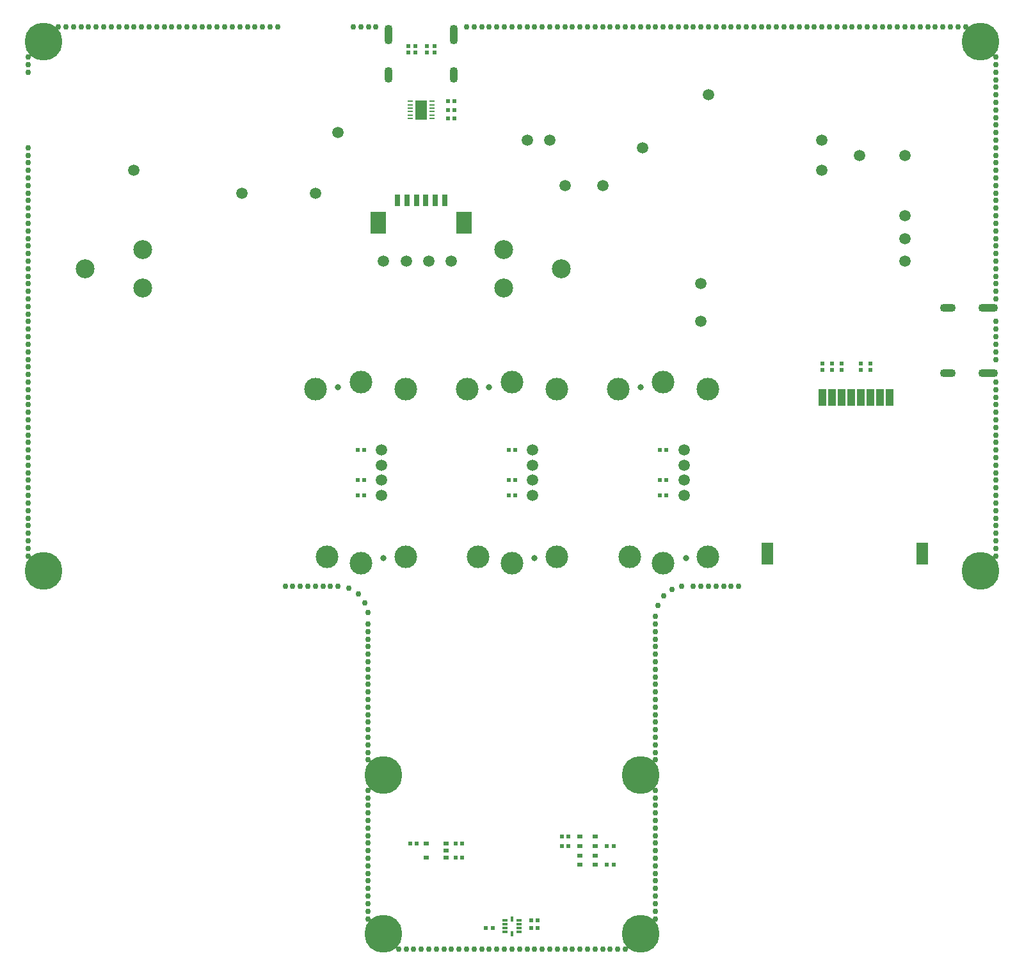
<source format=gbr>
%TF.GenerationSoftware,Altium Limited,Altium Designer,23.3.1 (30)*%
G04 Layer_Color=255*
%FSLAX45Y45*%
%MOMM*%
%TF.SameCoordinates,E4F86091-2262-4A10-A0E3-B6E4D0D901A0*%
%TF.FilePolarity,Positive*%
%TF.FileFunction,Pads,Bot*%
%TF.Part,Single*%
G01*
G75*
%TA.AperFunction,SMDPad,CuDef*%
%ADD11R,0.52000X0.47000*%
%ADD12R,0.47000X0.52000*%
%ADD17R,0.80000X0.50000*%
%ADD22R,0.80000X0.60000*%
%ADD30R,0.75000X1.50000*%
%ADD31R,2.00000X3.00000*%
%TA.AperFunction,ViaPad*%
%ADD61C,0.75000*%
%TA.AperFunction,ComponentPad*%
%ADD62O,2.10000X1.10000*%
%ADD63O,2.60000X1.10000*%
%ADD64O,1.10000X2.10000*%
%ADD65O,1.10000X2.60000*%
%TA.AperFunction,ViaPad*%
%ADD66C,5.00000*%
%TA.AperFunction,ComponentPad*%
%ADD67C,1.50000*%
%ADD68C,3.00000*%
%ADD69C,0.80000*%
%ADD70C,2.50000*%
%TA.AperFunction,SMDPad,CuDef*%
%ADD73R,0.70000X0.25000*%
%ADD74R,1.60000X2.50000*%
%TA.AperFunction,TestPad*%
%ADD75C,1.50000*%
%TA.AperFunction,SMDPad,CuDef*%
%ADD76R,1.00000X2.30000*%
%ADD77R,1.50000X2.95000*%
%ADD78R,0.80000X0.30000*%
%ADD79R,0.30000X0.80000*%
D11*
X-1375000Y11557000D02*
D03*
Y11643000D02*
D03*
X-1275000Y11557000D02*
D03*
Y11643000D02*
D03*
X-1125000Y11557000D02*
D03*
Y11643000D02*
D03*
X-1025000Y11557000D02*
D03*
Y11643000D02*
D03*
X4111000Y7357000D02*
D03*
Y7443000D02*
D03*
X4238000Y7357000D02*
D03*
Y7443000D02*
D03*
X4365000Y7357000D02*
D03*
Y7443000D02*
D03*
X4619000Y7357000D02*
D03*
Y7443000D02*
D03*
X4746000Y7357000D02*
D03*
Y7443000D02*
D03*
D12*
X-757000Y10687500D02*
D03*
X-843000D02*
D03*
X-757000Y10800000D02*
D03*
X-843000D02*
D03*
Y10912500D02*
D03*
X-757000D02*
D03*
X-257000Y-25000D02*
D03*
X-343000D02*
D03*
X343000D02*
D03*
X257000D02*
D03*
X343000Y75000D02*
D03*
X257000D02*
D03*
X1957000Y6300000D02*
D03*
X2043000D02*
D03*
Y5900000D02*
D03*
X1957000D02*
D03*
Y5700000D02*
D03*
X2043000D02*
D03*
X-43000Y6300000D02*
D03*
X43000D02*
D03*
Y5900000D02*
D03*
X-43000D02*
D03*
Y5700000D02*
D03*
X43000D02*
D03*
X-2043000Y6300000D02*
D03*
X-1957000D02*
D03*
Y5900000D02*
D03*
X-2043000D02*
D03*
Y5700000D02*
D03*
X-1957000D02*
D03*
X-1257000Y1095000D02*
D03*
X-1343000D02*
D03*
X-657000Y905000D02*
D03*
X-743000D02*
D03*
X-657000Y1095000D02*
D03*
X-743000D02*
D03*
X657000Y1187500D02*
D03*
X743000D02*
D03*
X657000Y1062500D02*
D03*
X743000D02*
D03*
X1257000Y812500D02*
D03*
X1343000D02*
D03*
X1257000Y1062500D02*
D03*
X1343000D02*
D03*
D17*
X900000Y812500D02*
D03*
Y937500D02*
D03*
Y1062500D02*
D03*
Y1187500D02*
D03*
X1100000Y812500D02*
D03*
Y937500D02*
D03*
Y1062500D02*
D03*
Y1187500D02*
D03*
D22*
X-870000Y1095000D02*
D03*
Y1000000D02*
D03*
Y905000D02*
D03*
X-1130000D02*
D03*
Y1095000D02*
D03*
D30*
X-1013960Y9600001D02*
D03*
X-888960D02*
D03*
X-1138960D02*
D03*
X-1388960D02*
D03*
X-1263960D02*
D03*
X-1513960D02*
D03*
D31*
X-633960Y9310001D02*
D03*
X-1768960D02*
D03*
D61*
X6400000Y10700000D02*
D03*
Y10800000D02*
D03*
Y11199999D02*
D03*
Y11100000D02*
D03*
Y11000000D02*
D03*
Y10900000D02*
D03*
Y11299999D02*
D03*
Y11399999D02*
D03*
Y11499999D02*
D03*
X-5999988Y11900000D02*
D03*
X-5899988D02*
D03*
X-5499989D02*
D03*
X-5599989D02*
D03*
X-5699989D02*
D03*
X-5799988D02*
D03*
X-4399991D02*
D03*
X-4499991D02*
D03*
X-4899990D02*
D03*
X-4799990D02*
D03*
X-4699991D02*
D03*
X-4599991D02*
D03*
X-4999990D02*
D03*
X-5099990D02*
D03*
X-5199990D02*
D03*
X-5299989D02*
D03*
X-5399989D02*
D03*
X-4299991D02*
D03*
X-4199992D02*
D03*
X-3799992D02*
D03*
X-3899992D02*
D03*
X-3999992D02*
D03*
X-4099992D02*
D03*
X-3199994D02*
D03*
X-3099994D02*
D03*
X-3299993D02*
D03*
X-3399993D02*
D03*
X-3499993D02*
D03*
X-3599993D02*
D03*
X-3699993D02*
D03*
X-2099996D02*
D03*
X-1799996D02*
D03*
X-1899996D02*
D03*
X-1999996D02*
D03*
X-399999D02*
D03*
X-499999D02*
D03*
X-599999D02*
D03*
X699999D02*
D03*
X599999D02*
D03*
X200000D02*
D03*
X299999D02*
D03*
X399999D02*
D03*
X499999D02*
D03*
X100000D02*
D03*
X0D02*
D03*
X-100000D02*
D03*
X-200000D02*
D03*
X-299999D02*
D03*
X799998D02*
D03*
X899998D02*
D03*
X1299997D02*
D03*
X1199998D02*
D03*
X1099998D02*
D03*
X999998D02*
D03*
X2399995D02*
D03*
X2299995D02*
D03*
X1899996D02*
D03*
X1999996D02*
D03*
X2099996D02*
D03*
X2199996D02*
D03*
X1799996D02*
D03*
X1699997D02*
D03*
X1599997D02*
D03*
X1499997D02*
D03*
X1399997D02*
D03*
X2499995D02*
D03*
X2599995D02*
D03*
X2999994D02*
D03*
X2899994D02*
D03*
X2799994D02*
D03*
X2699995D02*
D03*
X4099992D02*
D03*
X3999992D02*
D03*
X3599993D02*
D03*
X3699993D02*
D03*
X3799992D02*
D03*
X3899992D02*
D03*
X3499993D02*
D03*
X3399993D02*
D03*
X3299993D02*
D03*
X3199994D02*
D03*
X3099994D02*
D03*
X4799990D02*
D03*
X4899990D02*
D03*
X4999990D02*
D03*
X5899988D02*
D03*
X5999988D02*
D03*
X5099990D02*
D03*
X5199990D02*
D03*
X5599989D02*
D03*
X5499989D02*
D03*
X5399989D02*
D03*
X5299989D02*
D03*
X5699989D02*
D03*
X5799988D02*
D03*
X4399991D02*
D03*
X4499991D02*
D03*
X4599991D02*
D03*
X4699991D02*
D03*
X4299991D02*
D03*
X4199992D02*
D03*
X-6400000Y11499991D02*
D03*
Y11399992D02*
D03*
Y11299992D02*
D03*
X-1900000Y3899986D02*
D03*
X6400000Y10600001D02*
D03*
Y10500001D02*
D03*
Y10400001D02*
D03*
Y10300001D02*
D03*
Y10200001D02*
D03*
Y9800002D02*
D03*
Y9900002D02*
D03*
Y10000002D02*
D03*
Y10100002D02*
D03*
Y9700002D02*
D03*
Y9600003D02*
D03*
Y9500003D02*
D03*
Y9400003D02*
D03*
Y9300003D02*
D03*
Y8900004D02*
D03*
Y9000004D02*
D03*
Y9100004D02*
D03*
Y9200003D02*
D03*
Y8800004D02*
D03*
Y8700004D02*
D03*
Y8600005D02*
D03*
Y8500005D02*
D03*
Y8400005D02*
D03*
Y8000006D02*
D03*
Y8300005D02*
D03*
Y7900006D02*
D03*
Y7800006D02*
D03*
Y7700006D02*
D03*
Y7600007D02*
D03*
Y7500007D02*
D03*
Y7100008D02*
D03*
Y7200007D02*
D03*
Y7000008D02*
D03*
Y6900008D02*
D03*
Y6800008D02*
D03*
Y6700008D02*
D03*
Y6600009D02*
D03*
Y6200009D02*
D03*
Y6300009D02*
D03*
Y6400009D02*
D03*
Y6500009D02*
D03*
Y5100012D02*
D03*
Y5200011D02*
D03*
Y5600011D02*
D03*
Y5500011D02*
D03*
Y5400011D02*
D03*
Y5300011D02*
D03*
Y5700010D02*
D03*
Y5800010D02*
D03*
Y4900012D02*
D03*
Y5000012D02*
D03*
Y5900010D02*
D03*
Y6000010D02*
D03*
Y6100010D02*
D03*
X-6400000Y9999994D02*
D03*
Y10099994D02*
D03*
Y9899995D02*
D03*
Y9599995D02*
D03*
Y9699995D02*
D03*
Y9799995D02*
D03*
Y10199994D02*
D03*
Y10299994D02*
D03*
Y9099996D02*
D03*
Y9199996D02*
D03*
Y8999996D02*
D03*
Y8699997D02*
D03*
Y8799997D02*
D03*
Y8899997D02*
D03*
Y9299996D02*
D03*
Y9399996D02*
D03*
Y9499995D02*
D03*
Y8199998D02*
D03*
Y8299998D02*
D03*
Y8099998D02*
D03*
Y7799999D02*
D03*
Y7899999D02*
D03*
Y7999998D02*
D03*
Y8399998D02*
D03*
Y8499997D02*
D03*
Y8599997D02*
D03*
Y7300000D02*
D03*
Y7400000D02*
D03*
Y7200000D02*
D03*
Y6900001D02*
D03*
Y7000000D02*
D03*
Y7100000D02*
D03*
Y7499999D02*
D03*
Y7599999D02*
D03*
Y7699999D02*
D03*
Y6400002D02*
D03*
Y6500001D02*
D03*
Y6300002D02*
D03*
Y6000002D02*
D03*
Y6100002D02*
D03*
Y6200002D02*
D03*
Y6600001D02*
D03*
Y6700001D02*
D03*
Y6800001D02*
D03*
Y5900003D02*
D03*
Y5800003D02*
D03*
Y5700003D02*
D03*
Y5300004D02*
D03*
Y5200004D02*
D03*
Y4900005D02*
D03*
Y5000004D02*
D03*
Y5100004D02*
D03*
Y5400004D02*
D03*
Y5600003D02*
D03*
Y5500003D02*
D03*
X-1299988Y-300000D02*
D03*
X-1199988D02*
D03*
X-799989D02*
D03*
X-899989D02*
D03*
X-999989D02*
D03*
X-1099989D02*
D03*
X-699989D02*
D03*
X-599990D02*
D03*
X-1499988D02*
D03*
X-1399988D02*
D03*
X400008D02*
D03*
X300009D02*
D03*
X200009D02*
D03*
X100009D02*
D03*
X9D02*
D03*
X500008D02*
D03*
X600008D02*
D03*
X-499990D02*
D03*
X-399990D02*
D03*
X-299990D02*
D03*
X-199990D02*
D03*
X-99991D02*
D03*
X700008D02*
D03*
X800008D02*
D03*
X900007D02*
D03*
X1000007D02*
D03*
X1100007D02*
D03*
X1500006D02*
D03*
X1400006D02*
D03*
X1300007D02*
D03*
X1200007D02*
D03*
X-1900000Y99993D02*
D03*
Y199993D02*
D03*
Y299993D02*
D03*
Y399993D02*
D03*
Y499992D02*
D03*
Y1299991D02*
D03*
Y1399991D02*
D03*
Y1499990D02*
D03*
Y1599990D02*
D03*
Y1699990D02*
D03*
Y599992D02*
D03*
Y699992D02*
D03*
Y1199991D02*
D03*
Y1099991D02*
D03*
Y999991D02*
D03*
Y899992D02*
D03*
Y799992D02*
D03*
Y2599988D02*
D03*
Y2699988D02*
D03*
Y1799990D02*
D03*
Y2299989D02*
D03*
Y2199989D02*
D03*
Y2399989D02*
D03*
Y2499988D02*
D03*
X-2999995Y4500000D02*
D03*
X-2899995D02*
D03*
X-2799995D02*
D03*
X-2699995D02*
D03*
X-2399996D02*
D03*
X-2499996D02*
D03*
X-2599995D02*
D03*
X-1900000Y3099987D02*
D03*
Y2999987D02*
D03*
Y2899988D02*
D03*
Y2799988D02*
D03*
Y3199987D02*
D03*
Y3299987D02*
D03*
Y3399987D02*
D03*
Y3499986D02*
D03*
Y3599986D02*
D03*
Y3699986D02*
D03*
Y3999985D02*
D03*
Y3799986D02*
D03*
X1900000Y2800007D02*
D03*
Y2900006D02*
D03*
Y3000006D02*
D03*
Y3100006D02*
D03*
Y2700007D02*
D03*
Y2600007D02*
D03*
Y2500007D02*
D03*
Y2400007D02*
D03*
Y2300008D02*
D03*
Y1500009D02*
D03*
Y1400009D02*
D03*
Y1300010D02*
D03*
Y1200010D02*
D03*
Y1100010D02*
D03*
Y2200008D02*
D03*
Y1600009D02*
D03*
Y1700009D02*
D03*
Y1800009D02*
D03*
Y200012D02*
D03*
Y100012D02*
D03*
Y1000010D02*
D03*
Y900010D02*
D03*
Y500011D02*
D03*
Y600011D02*
D03*
Y700011D02*
D03*
Y800011D02*
D03*
Y400011D02*
D03*
Y300012D02*
D03*
X3000013Y4500000D02*
D03*
X2500014D02*
D03*
X2600014D02*
D03*
X2900014D02*
D03*
X2800014D02*
D03*
X2700014D02*
D03*
X2400015D02*
D03*
X1900000Y3600005D02*
D03*
Y3500005D02*
D03*
Y3200006D02*
D03*
Y3300006D02*
D03*
Y3400005D02*
D03*
Y3800005D02*
D03*
Y3700005D02*
D03*
Y3900004D02*
D03*
Y4000004D02*
D03*
X-1943100Y4279900D02*
D03*
X-2032000Y4394200D02*
D03*
X-2159000Y4470400D02*
D03*
X-2301244Y4497095D02*
D03*
X-1905000Y4152900D02*
D03*
X2247115Y4495000D02*
D03*
X1929615Y4241000D02*
D03*
X2005815Y4368000D02*
D03*
X2120115Y4456900D02*
D03*
X1900000Y4100004D02*
D03*
D62*
X5764000Y8182000D02*
D03*
Y7318000D02*
D03*
D63*
X6300000D02*
D03*
Y8182000D02*
D03*
D64*
X-1632000Y11264000D02*
D03*
X-768000D02*
D03*
D65*
Y11800000D02*
D03*
X-1632000D02*
D03*
D66*
X6200000Y11700000D02*
D03*
X-6200000D02*
D03*
X6200000Y4700000D02*
D03*
X-6200000D02*
D03*
X-1700000Y2000000D02*
D03*
X1700000D02*
D03*
X-1700000Y-100000D02*
D03*
X1700000D02*
D03*
D67*
X2275000Y6100000D02*
D03*
Y5900000D02*
D03*
Y5700000D02*
D03*
Y6300000D02*
D03*
X275000Y6100000D02*
D03*
Y5900000D02*
D03*
Y5700000D02*
D03*
Y6300000D02*
D03*
X-1725000Y6100000D02*
D03*
Y5900000D02*
D03*
Y5700000D02*
D03*
Y6300000D02*
D03*
D68*
X2595000Y4890000D02*
D03*
Y7110000D02*
D03*
X1405000D02*
D03*
X1555000Y4890000D02*
D03*
X2000000Y4800000D02*
D03*
Y7200000D02*
D03*
X595000Y4890000D02*
D03*
Y7110000D02*
D03*
X-595000D02*
D03*
X-445000Y4890000D02*
D03*
X0Y4800000D02*
D03*
Y7200000D02*
D03*
X-1405000Y4890000D02*
D03*
Y7110000D02*
D03*
X-2595000D02*
D03*
X-2445000Y4890000D02*
D03*
X-2000000Y4800000D02*
D03*
Y7200000D02*
D03*
D69*
X1700000Y7130000D02*
D03*
X2300000Y4870000D02*
D03*
X-300000Y7130000D02*
D03*
X300000Y4870000D02*
D03*
X-2300000Y7130000D02*
D03*
X-1700000Y4870000D02*
D03*
D70*
X-5650000Y8700000D02*
D03*
X-4888000Y8954000D02*
D03*
Y8446000D02*
D03*
X-112000D02*
D03*
Y8954000D02*
D03*
X650000Y8700000D02*
D03*
D73*
X-1056500Y10912500D02*
D03*
Y10867500D02*
D03*
Y10822500D02*
D03*
Y10777500D02*
D03*
Y10732500D02*
D03*
Y10687500D02*
D03*
X-1343500D02*
D03*
Y10732500D02*
D03*
Y10777500D02*
D03*
Y10822500D02*
D03*
Y10867500D02*
D03*
Y10912500D02*
D03*
D74*
X-1200000Y10800000D02*
D03*
D75*
X-1700000Y8800000D02*
D03*
X-1400000D02*
D03*
X-800000D02*
D03*
X-1100000D02*
D03*
X1729820Y10300000D02*
D03*
X2600000Y11000000D02*
D03*
X5200000Y9400000D02*
D03*
X4600000Y10200000D02*
D03*
X5200000Y9100000D02*
D03*
Y8800000D02*
D03*
X4100000Y10400000D02*
D03*
Y10000000D02*
D03*
X5200000Y10200000D02*
D03*
X200000Y10400000D02*
D03*
X500000D02*
D03*
X2500000Y8500000D02*
D03*
Y8000000D02*
D03*
X700000Y9800000D02*
D03*
X1200000D02*
D03*
X-2600000Y9700000D02*
D03*
X-2300000Y10500000D02*
D03*
X-3568000Y9700000D02*
D03*
X-5000000Y10000000D02*
D03*
D76*
X4111000Y7000000D02*
D03*
X4238000D02*
D03*
X4365000D02*
D03*
X4492000D02*
D03*
X4619000D02*
D03*
X4746000D02*
D03*
X4873000D02*
D03*
X5000000D02*
D03*
D77*
X5430000Y4930000D02*
D03*
X3382000D02*
D03*
D78*
X95000Y75000D02*
D03*
Y25000D02*
D03*
Y-25000D02*
D03*
Y-75000D02*
D03*
X-95000Y75000D02*
D03*
Y25000D02*
D03*
Y-25000D02*
D03*
Y-75000D02*
D03*
D79*
X0Y95000D02*
D03*
Y-95000D02*
D03*
%TF.MD5,1744ddfa2c894dad5c5f44dc6913828e*%
M02*

</source>
